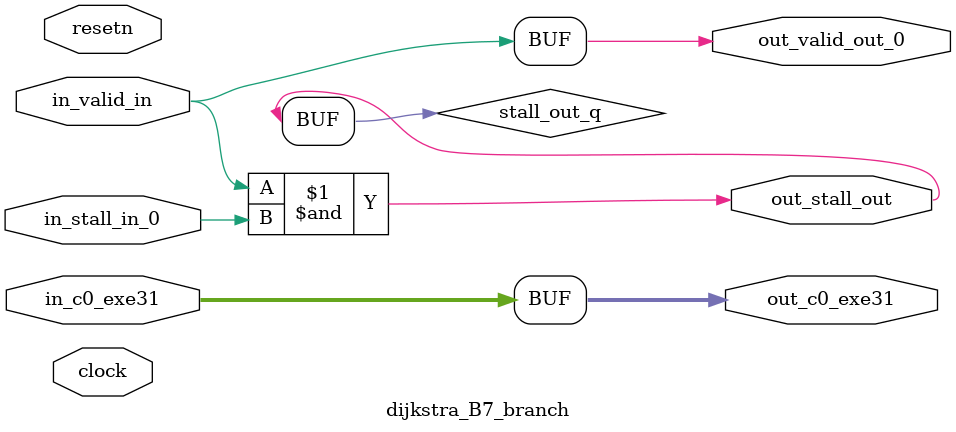
<source format=sv>



(* altera_attribute = "-name AUTO_SHIFT_REGISTER_RECOGNITION OFF; -name MESSAGE_DISABLE 10036; -name MESSAGE_DISABLE 10037; -name MESSAGE_DISABLE 14130; -name MESSAGE_DISABLE 14320; -name MESSAGE_DISABLE 15400; -name MESSAGE_DISABLE 14130; -name MESSAGE_DISABLE 10036; -name MESSAGE_DISABLE 12020; -name MESSAGE_DISABLE 12030; -name MESSAGE_DISABLE 12010; -name MESSAGE_DISABLE 12110; -name MESSAGE_DISABLE 14320; -name MESSAGE_DISABLE 13410; -name MESSAGE_DISABLE 113007; -name MESSAGE_DISABLE 10958" *)
module dijkstra_B7_branch (
    input wire [31:0] in_c0_exe31,
    input wire [0:0] in_stall_in_0,
    input wire [0:0] in_valid_in,
    output wire [31:0] out_c0_exe31,
    output wire [0:0] out_stall_out,
    output wire [0:0] out_valid_out_0,
    input wire clock,
    input wire resetn
    );

    wire [0:0] stall_out_q;


    // out_c0_exe31(GPOUT,5)
    assign out_c0_exe31 = in_c0_exe31;

    // stall_out(LOGICAL,8)
    assign stall_out_q = in_valid_in & in_stall_in_0;

    // out_stall_out(GPOUT,6)
    assign out_stall_out = stall_out_q;

    // out_valid_out_0(GPOUT,7)
    assign out_valid_out_0 = in_valid_in;

endmodule

</source>
